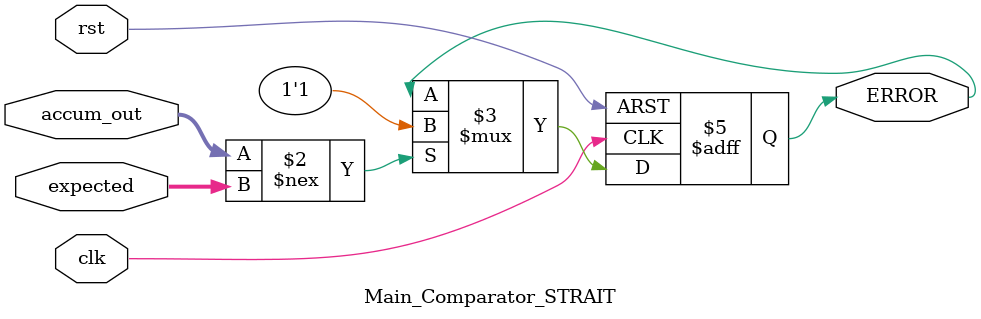
<source format=v>
`timescale 1ns / 1ps

module Main_Comparator_STRAIT (
    input  wire        clk,
    input  wire        rst,
    input  wire [31:0] accum_out,
    input  wire [31:0] expected,
    output reg         ERROR
);

    always @(posedge clk or posedge rst) begin
        if (rst)
            ERROR <= 0;
        else if (accum_out !== expected)
            ERROR <= 1;  // 한 번이라도 틀리면 계속 1 유지
    end

endmodule
</source>
